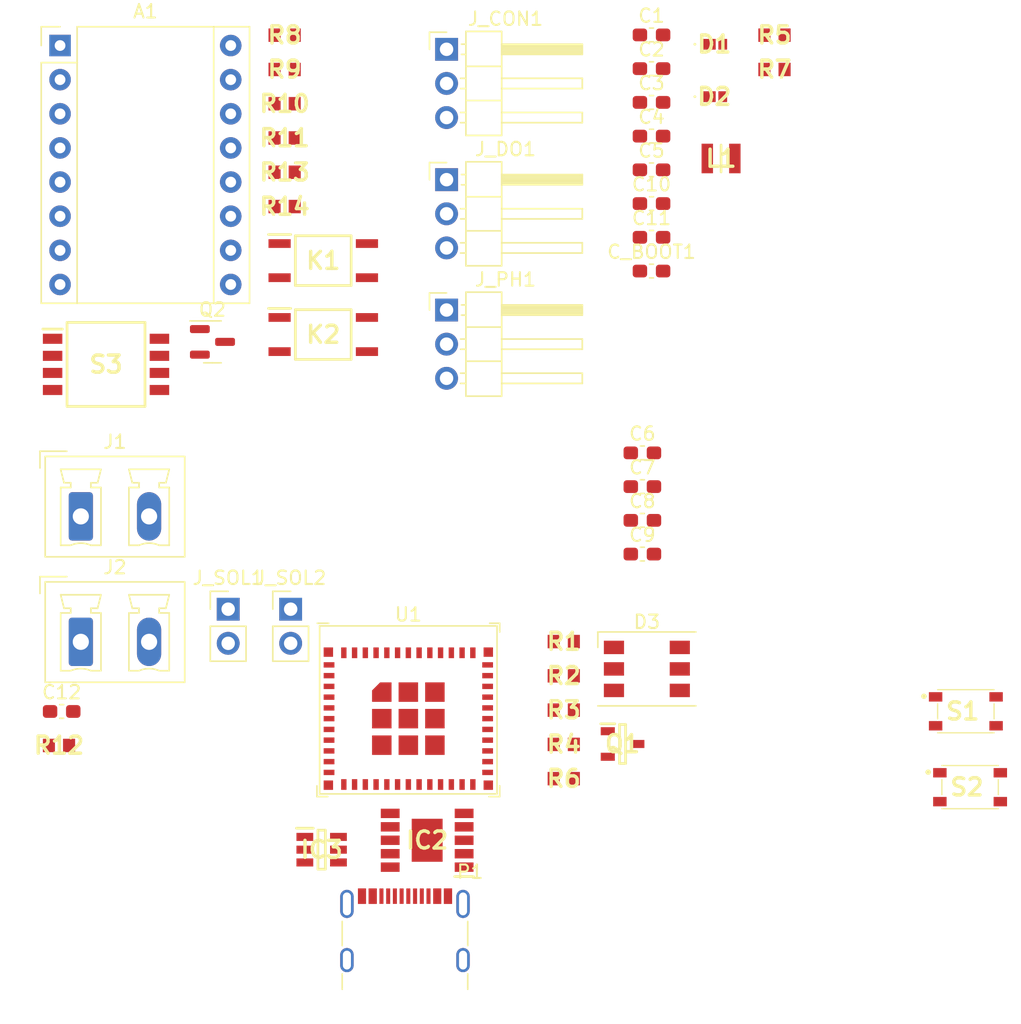
<source format=kicad_pcb>
(kicad_pcb (version 20221018) (generator pcbnew)
  (layers (0 "F.Cu" signal) (31 "B.Cu" signal) (34 "B.Paste" user) (35 "F.Paste" user) (36 "B.SilkS" user "B.Silkscreen") (37 "F.SilkS" user "F.Silkscreen") (38 "B.Mask" user) (39 "F.Mask" user) (44 "Edge.Cuts" user))
  (net 0 "")
  (net 1 "GND")
  (net 2 "3V3")
  (net 3 "/IOConnectors/MTR1.1B")
  (net 4 "/IOConnectors/MTR1.1A")
  (net 5 "/IOConnectors/MTR1.2A")
  (net 6 "/IOConnectors/MTR1.2B")
  (net 7 "VUSB")
  (net 8 "D7")
  (net 9 "Net-(A1-MS1)")
  (net 10 "Net-(A1-MS2)")
  (net 11 "Net-(A1-MS3)")
  (net 14 "D8")
  (net 15 "D6")
  (net 16 "VIN")
  (net 17 "EN")
  (net 18 "D9")
  (net 19 "Net-(IC3-CB)")
  (net 20 "SW")
  (net 21 "/BuckBoost/V_Bat")
  (net 23 "5V")
  (net 24 "D5_out")
  (net 25 "/ESP32/5V_DIN")
  (net 27 "VDD")
  (net 28 "DP")
  (net 29 "DM")
  (net 30 "CC1")
  (net 31 "CC2")
  (net 33 "Net-(IC3-FB)")
  (net 35 "D2")
  (net 36 "D3")
  (net 37 "D1")
  (net 38 "/IOConnectors/SOL1")
  (net 39 "/IOConnectors/SOL2")
  (net 40 "Net-(K1-A)")
  (net 41 "Net-(K2-A)")
  (net 44 "D5")
  (net 45 "/Stepper_Drivers/SOL_IN")
  (net 46 "Net-(Q2-S)")
  (net 47 "RX0")
  (net 48 "Net-(U1-GPIO20{slash}U0RXD)")
  (net 49 "Net-(R11-Pad1)")
  (net 55 "Net-(U1-GND-Pad1)")
  (net 60 "D0")
  (net 62 "D10")
  (net 64 "D4")
  (net 69 "TX0")
  (footprint "SamacSys_Parts:RESC1608X55N" (layer "F.Cu") (at 161.695 67.195)
    (fp_text reference "R13" (at 0 0) (layer "F.SilkS") (effects (font (size 1.27 1.27) (thickness 0.254))))
    (fp_text value "3k" hide)
    (pad "1" smd rect (at -0.75 0) (size 0.9 1) (layers "F.Cu" "F.Paste" "F.Mask") (net 40 "Net-(K1-A)"))
    (pad "2" smd rect (at 0.75 0) (size 0.9 1) (layers "F.Cu" "F.Paste" "F.Mask") (net 45 "/Stepper_Drivers/SOL_IN"))
  )
  (footprint "Connector_PinHeader_2.54mm:PinHeader_1x03_P2.54mm_Horizontal" (layer "F.Cu") (at 173.745 58.045)
    (fp_text reference "J_CON1" (at 4.385 -2.27) (layer "F.SilkS"))
    (fp_text value "Conn_01x03")
    (pad "1" thru_hole rect (at 0 0) (size 1.7 1.7) (drill 1) (layers "*.Cu" "*.Mask") (net 1 "GND"))
    (pad "2" thru_hole oval (at 0 2.54) (size 1.7 1.7) (drill 1) (layers "*.Cu" "*.Mask"))
    (pad "3" thru_hole oval (at 0 5.08) (size 1.7 1.7) (drill 1) (layers "*.Cu" "*.Mask") (net 35 "D2"))
  )
  (footprint "SamacSys_Parts:SOT95P230X110-3N" (layer "F.Cu") (at 186.84 109.735)
    (fp_text reference "Q1" (at 0 0) (layer "F.SilkS") (effects (font (size 1.27 1.27) (thickness 0.254))))
    (fp_text value "BSS138P,215" hide)
    (pad "1" smd rect (at -1.1 -0.95 90) (size 0.6 1.05) (layers "F.Cu" "F.Paste" "F.Mask") (net 2 "3V3"))
    (pad "2" smd rect (at -1.1 0.95 90) (size 0.6 1.05) (layers "F.Cu" "F.Paste" "F.Mask") (net 44 "D5"))
    (pad "3" smd rect (at 1.1 0 90) (size 0.6 1.05) (layers "F.Cu" "F.Paste" "F.Mask") (net 25 "/ESP32/5V_DIN"))
  )
  (footprint "Module:Pololu_Breakout-16_15.2x20.3mm" (layer "F.Cu") (at 144.985 57.765)
    (fp_text reference "A1" (at 6.35 -2.54) (layer "F.SilkS"))
    (fp_text value "Pololu_Breakout_A4988")
    (pad "1" thru_hole rect (at 0 0) (size 1.6 1.6) (drill 0.8) (layers "*.Cu" "*.Mask") (net 1 "GND"))
    (pad "2" thru_hole oval (at 0 2.54) (size 1.6 1.6) (drill 0.8) (layers "*.Cu" "*.Mask") (net 2 "3V3"))
    (pad "3" thru_hole oval (at 0 5.08) (size 1.6 1.6) (drill 0.8) (layers "*.Cu" "*.Mask") (net 3 "/IOConnectors/MTR1.1B"))
    (pad "4" thru_hole oval (at 0 7.62) (size 1.6 1.6) (drill 0.8) (layers "*.Cu" "*.Mask") (net 4 "/IOConnectors/MTR1.1A"))
    (pad "5" thru_hole oval (at 0 10.16) (size 1.6 1.6) (drill 0.8) (layers "*.Cu" "*.Mask") (net 5 "/IOConnectors/MTR1.2A"))
    (pad "6" thru_hole oval (at 0 12.7) (size 1.6 1.6) (drill 0.8) (layers "*.Cu" "*.Mask") (net 6 "/IOConnectors/MTR1.2B"))
    (pad "7" thru_hole oval (at 0 15.24) (size 1.6 1.6) (drill 0.8) (layers "*.Cu" "*.Mask") (net 1 "GND"))
    (pad "8" thru_hole oval (at 0 17.78) (size 1.6 1.6) (drill 0.8) (layers "*.Cu" "*.Mask") (net 7 "VUSB"))
    (pad "9" thru_hole oval (at 12.7 17.78) (size 1.6 1.6) (drill 0.8) (layers "*.Cu" "*.Mask") (net 8 "D7"))
    (pad "10" thru_hole oval (at 12.7 15.24) (size 1.6 1.6) (drill 0.8) (layers "*.Cu" "*.Mask") (net 9 "Net-(A1-MS1)"))
    (pad "11" thru_hole oval (at 12.7 12.7) (size 1.6 1.6) (drill 0.8) (layers "*.Cu" "*.Mask") (net 10 "Net-(A1-MS2)"))
    (pad "12" thru_hole oval (at 12.7 10.16) (size 1.6 1.6) (drill 0.8) (layers "*.Cu" "*.Mask") (net 11 "Net-(A1-MS3)"))
    (pad "13" thru_hole oval (at 12.7 7.62) (size 1.6 1.6) (drill 0.8) (layers "*.Cu" "*.Mask"))
    (pad "14" thru_hole oval (at 12.7 5.08) (size 1.6 1.6) (drill 0.8) (layers "*.Cu" "*.Mask"))
    (pad "15" thru_hole oval (at 12.7 2.54) (size 1.6 1.6) (drill 0.8) (layers "*.Cu" "*.Mask") (net 14 "D8"))
    (pad "16" thru_hole oval (at 12.7 0) (size 1.6 1.6) (drill 0.8) (layers "*.Cu" "*.Mask") (net 15 "D6"))
  )
  (footprint "Capacitor_SMD:C_0603_1608Metric_Pad1.08x0.95mm_HandSolder" (layer "F.Cu") (at 188.995 64.505)
    (fp_text reference "C4" (at 0 -1.43) (layer "F.SilkS"))
    (fp_text value "10uf")
    (pad "1" smd roundrect (at -0.8625 0) (size 1.075 0.95) (layers "F.Cu" "F.Paste" "F.Mask") (net 2 "3V3"))
    (pad "2" smd roundrect (at 0.8625 0) (size 1.075 0.95) (layers "F.Cu" "F.Paste" "F.Mask") (net 1 "GND"))
  )
  (footprint "SamacSys_Parts:PMEG2020EPK315" (layer "F.Cu") (at 193.67 61.57)
    (fp_text reference "D2" (at 0 0) (layer "F.SilkS") (effects (font (size 1.27 1.27) (thickness 0.254))))
    (fp_text value "PMEG2020EPK,315" hide)
    (pad "1" smd rect (at -0.425 0 90) (size 0.8 1.05) (layers "F.Cu" "F.Paste" "F.Mask") (net 16 "VIN"))
    (pad "2" smd rect (at 0.625 0) (size 0.65 0.8) (layers "F.Cu" "F.Paste" "F.Mask") (net 7 "VUSB"))
  )
  (footprint "SamacSys_Parts:RESC1608X55N" (layer "F.Cu") (at 161.695 56.995)
    (fp_text reference "R8" (at 0 0) (layer "F.SilkS") (effects (font (size 1.27 1.27) (thickness 0.254))))
    (fp_text value "15k" hide)
    (pad "1" smd rect (at -0.75 0) (size 0.9 1) (layers "F.Cu" "F.Paste" "F.Mask") (net 1 "GND"))
    (pad "2" smd rect (at 0.75 0) (size 0.9 1) (layers "F.Cu" "F.Paste" "F.Mask") (net 11 "Net-(A1-MS3)"))
  )
  (footprint "SamacSys_Parts:RESC1608X55N" (layer "F.Cu") (at 182.465 112.315)
    (fp_text reference "R6" (at 0 0) (layer "F.SilkS") (effects (font (size 1.27 1.27) (thickness 0.254))))
    (fp_text value "15k" hide)
    (pad "1" smd rect (at -0.75 0) (size 0.9 1) (layers "F.Cu" "F.Paste" "F.Mask") (net 25 "/ESP32/5V_DIN"))
    (pad "2" smd rect (at 0.75 0) (size 0.9 1) (layers "F.Cu" "F.Paste" "F.Mask") (net 23 "5V"))
  )
  (footprint "Capacitor_SMD:C_0603_1608Metric_Pad1.08x0.95mm_HandSolder" (layer "F.Cu") (at 188.995 72.035)
    (fp_text reference "C11" (at 0 -1.43) (layer "F.SilkS"))
    (fp_text value "10uf")
    (pad "1" smd roundrect (at -0.8625 0) (size 1.075 0.95) (layers "F.Cu" "F.Paste" "F.Mask") (net 2 "3V3"))
    (pad "2" smd roundrect (at 0.8625 0) (size 1.075 0.95) (layers "F.Cu" "F.Paste" "F.Mask") (net 1 "GND"))
  )
  (footprint "SamacSys_Parts:PMEG2020EPK315" (layer "F.Cu") (at 193.67 57.67)
    (fp_text reference "D1" (at 0 0) (layer "F.SilkS") (effects (font (size 1.27 1.27) (thickness 0.254))))
    (fp_text value "PMEG2020EPK,315" hide)
    (pad "1" smd rect (at -0.425 0 90) (size 0.8 1.05) (layers "F.Cu" "F.Paste" "F.Mask") (net 16 "VIN"))
    (pad "2" smd rect (at 0.625 0) (size 0.65 0.8) (layers "F.Cu" "F.Paste" "F.Mask") (net 21 "/BuckBoost/V_Bat"))
  )
  (footprint "Capacitor_SMD:C_0603_1608Metric_Pad1.08x0.95mm_HandSolder" (layer "F.Cu") (at 188.995 59.485)
    (fp_text reference "C2" (at 0 -1.43) (layer "F.SilkS"))
    (fp_text value "1uF")
    (pad "1" smd roundrect (at -0.8625 0) (size 1.075 0.95) (layers "F.Cu" "F.Paste" "F.Mask") (net 1 "GND"))
    (pad "2" smd roundrect (at 0.8625 0) (size 1.075 0.95) (layers "F.Cu" "F.Paste" "F.Mask") (net 16 "VIN"))
  )
  (footprint "Capacitor_SMD:C_0603_1608Metric_Pad1.08x0.95mm_HandSolder" (layer "F.Cu") (at 188.315 90.585)
    (fp_text reference "C7" (at 0 -1.43) (layer "F.SilkS"))
    (fp_text value "100nf")
    (pad "1" smd roundrect (at -0.8625 0) (size 1.075 0.95) (layers "F.Cu" "F.Paste" "F.Mask") (net 1 "GND"))
    (pad "2" smd roundrect (at 0.8625 0) (size 1.075 0.95) (layers "F.Cu" "F.Paste" "F.Mask") (net 2 "3V3"))
  )
  (footprint "Capacitor_SMD:C_0603_1608Metric_Pad1.08x0.95mm_HandSolder" (layer "F.Cu") (at 188.995 56.975)
    (fp_text reference "C1" (at 0 -1.43) (layer "F.SilkS"))
    (fp_text value "10uf")
    (pad "1" smd roundrect (at -0.8625 0) (size 1.075 0.95) (layers "F.Cu" "F.Paste" "F.Mask") (net 1 "GND"))
    (pad "2" smd roundrect (at 0.8625 0) (size 1.075 0.95) (layers "F.Cu" "F.Paste" "F.Mask") (net 16 "VIN"))
  )
  (footprint "SamacSys_Parts:SOP254P700X230-4N" (layer "F.Cu") (at 164.57 79.27)
    (fp_text reference "K2" (at 0 0) (layer "F.SilkS") (effects (font (size 1.27 1.27) (thickness 0.254))))
    (fp_text value "G3VM-61VY3_TR05_" hide)
    (pad "1" smd rect (at -3.25 -1.27 90) (size 0.65 1.65) (layers "F.Cu" "F.Paste" "F.Mask") (net 41 "Net-(K2-A)"))
    (pad "2" smd rect (at -3.25 1.27 90) (size 0.65 1.65) (layers "F.Cu" "F.Paste" "F.Mask") (net 1 "GND"))
    (pad "3" smd rect (at 3.25 1.27 90) (size 0.65 1.65) (layers "F.Cu" "F.Paste" "F.Mask") (net 1 "GND"))
    (pad "4" smd rect (at 3.25 -1.27 90) (size 0.65 1.65) (layers "F.Cu" "F.Paste" "F.Mask") (net 39 "/IOConnectors/SOL2"))
  )
  (footprint "Capacitor_SMD:C_0603_1608Metric_Pad1.08x0.95mm_HandSolder" (layer "F.Cu") (at 188.995 67.015)
    (fp_text reference "C5" (at 0 -1.43) (layer "F.SilkS"))
    (fp_text value "1uF")
    (pad "1" smd roundrect (at -0.8625 0) (size 1.075 0.95) (layers "F.Cu" "F.Paste" "F.Mask") (net 2 "3V3"))
    (pad "2" smd roundrect (at 0.8625 0) (size 1.075 0.95) (layers "F.Cu" "F.Paste" "F.Mask") (net 1 "GND"))
  )
  (footprint "Connector_Phoenix_MC_HighVoltage:PhoenixContact_MCV_1,5_2-G-5.08_1x02_P5.08mm_Vertical" (layer "F.Cu") (at 146.53 102.135)
    (fp_text reference "J2" (at 2.54 -5.55) (layer "F.SilkS"))
    (fp_text value "Screw_Terminal_01x02")
    (pad "1" thru_hole roundrect (at 0 0) (size 1.8 3.6) (drill 1.2) (layers "*.Cu" "*.Mask") (roundrect_rratio 0.138889) (net 3 "/IOConnectors/MTR1.1B"))
    (pad "2" thru_hole oval (at 5.08 0) (size 1.8 3.6) (drill 1.2) (layers "*.Cu" "*.Mask") (net 4 "/IOConnectors/MTR1.1A"))
  )
  (footprint "Capacitor_SMD:C_0603_1608Metric_Pad1.08x0.95mm_HandSolder" (layer "F.Cu") (at 145.105 107.315)
    (fp_text reference "C12" (at 0 -1.43) (layer "F.SilkS"))
    (fp_text value "1uF")
    (pad "1" smd roundrect (at -0.8625 0) (size 1.075 0.95) (layers "F.Cu" "F.Paste" "F.Mask") (net 7 "VUSB"))
    (pad "2" smd roundrect (at 0.8625 0) (size 1.075 0.95) (layers "F.Cu" "F.Paste" "F.Mask") (net 1 "GND"))
  )
  (footprint "SamacSys_Parts:RESC1608X55N" (layer "F.Cu") (at 182.465 104.665)
    (fp_text reference "R2" (at 0 0) (layer "F.SilkS") (effects (font (size 1.27 1.27) (thickness 0.254))))
    (fp_text value "15k" hide)
    (pad "1" smd rect (at -0.75 0) (size 0.9 1) (layers "F.Cu" "F.Paste" "F.Mask") (net 18 "D9"))
    (pad "2" smd rect (at 0.75 0) (size 0.9 1) (layers "F.Cu" "F.Paste" "F.Mask") (net 2 "3V3"))
  )
  (footprint "SamacSys_Parts:RESC1608X55N" (layer "F.Cu") (at 161.695 62.095)
    (fp_text reference "R10" (at 0 0) (layer "F.SilkS") (effects (font (size 1.27 1.27) (thickness 0.254))))
    (fp_text value "15k" hide)
    (pad "1" smd rect (at -0.75 0) (size 0.9 1) (layers "F.Cu" "F.Paste" "F.Mask") (net 1 "GND"))
    (pad "2" smd rect (at 0.75 0) (size 0.9 1) (layers "F.Cu" "F.Paste" "F.Mask") (net 9 "Net-(A1-MS1)"))
  )
  (footprint "SamacSys_Parts:RESC1608X55N" (layer "F.Cu") (at 161.695 69.745)
    (fp_text reference "R14" (at 0 0) (layer "F.SilkS") (effects (font (size 1.27 1.27) (thickness 0.254))))
    (fp_text value "3k" hide)
    (pad "1" smd rect (at -0.75 0) (size 0.9 1) (layers "F.Cu" "F.Paste" "F.Mask") (net 46 "Net-(Q2-S)"))
    (pad "2" smd rect (at 0.75 0) (size 0.9 1) (layers "F.Cu" "F.Paste" "F.Mask") (net 2 "3V3"))
  )
  (footprint "Capacitor_SMD:C_0603_1608Metric_Pad1.08x0.95mm_HandSolder" (layer "F.Cu") (at 188.995 61.995)
    (fp_text reference "C3" (at 0 -1.43) (layer "F.SilkS"))
    (fp_text value "100nf")
    (pad "1" smd roundrect (at -0.8625 0) (size 1.075 0.95) (layers "F.Cu" "F.Paste" "F.Mask") (net 1 "GND"))
    (pad "2" smd roundrect (at 0.8625 0) (size 1.075 0.95) (layers "F.Cu" "F.Paste" "F.Mask") (net 16 "VIN"))
  )
  (footprint "SamacSys_Parts:SOP100P600X180-11N" (layer "F.Cu") (at 172.3 116.9 180)
    (fp_text reference "IC2" (at 0 0) (layer "F.SilkS") (effects (font (size 1.27 1.27) (thickness 0.254))))
    (fp_text value "CH224K" hide)
    (pad "1" smd rect (at -2.75 -2 270) (size 0.7 1.4) (layers "F.Cu" "F.Paste" "F.Mask") (net 27 "VDD"))
    (pad "2" smd rect (at -2.75 -1 270) (size 0.7 1.4) (layers "F.Cu" "F.Paste" "F.Mask") (net 1 "GND"))
    (pad "3" smd rect (at -2.75 0 270) (size 0.7 1.4) (layers "F.Cu" "F.Paste" "F.Mask") (net 1 "GND"))
    (pad "4" smd rect (at -2.75 1 270) (size 0.7 1.4) (layers "F.Cu" "F.Paste" "F.Mask") (net 28 "DP"))
    (pad "5" smd rect (at -2.75 2 270) (size 0.7 1.4) (layers "F.Cu" "F.Paste" "F.Mask") (net 29 "DM"))
    (pad "6" smd rect (at 2.75 2 270) (size 0.7 1.4) (layers "F.Cu" "F.Paste" "F.Mask") (net 30 "CC1"))
    (pad "7" smd rect (at 2.75 1 270) (size 0.7 1.4) (layers "F.Cu" "F.Paste" "F.Mask") (net 31 "CC2"))
    (pad "8" smd rect (at 2.75 0 270) (size 0.7 1.4) (layers "F.Cu" "F.Paste" "F.Mask") (net 7 "VUSB"))
    (pad "9" smd rect (at 2.75 -1 270) (size 0.7 1.4) (layers "F.Cu" "F.Paste" "F.Mask") (net 27 "VDD"))
    (pad "10" smd rect (at 2.75 -2 270) (size 0.7 1.4) (layers "F.Cu" "F.Paste" "F.Mask"))
    (pad "11" smd rect (at 0 0 180) (size 2.3 3.2) (layers "F.Cu" "F.Paste" "F.Mask") (net 1 "GND"))
  )
  (footprint "Connector_Phoenix_MC_HighVoltage:PhoenixContact_MCV_1,5_2-G-5.08_1x02_P5.08mm_Vertical" (layer "F.Cu") (at 146.53 92.8)
    (fp_text reference "J1" (at 2.54 -5.55) (layer "F.SilkS"))
    (fp_text value "Screw_Terminal_01x02")
    (pad "1" thru_hole roundrect (at 0 0) (size 1.8 3.6) (drill 1.2) (layers "*.Cu" "*.Mask") (roundrect_rratio 0.138889) (net 5 "/IOConnectors/MTR1.2A"))
    (pad "2" thru_hole oval (at 5.08 0) (size 1.8 3.6) (drill 1.2) (layers "*.Cu" "*.Mask") (net 6 "/IOConnectors/MTR1.2B"))
  )
  (footprint "LED_SMD:LED_WS2812_PLCC6_5.0x5.0mm_P1.6mm" (layer "F.Cu") (at 188.65 104.15)
    (fp_text reference "D3" (at 0 -3.5) (layer "F.SilkS"))
    (fp_text value "WS2813")
    (pad "1" smd rect (at -2.45 -1.6) (size 1.5 1) (layers "F.Cu" "F.Paste" "F.Mask"))
    (pad "2" smd rect (at -2.45 0) (size 1.5 1) (layers "F.Cu" "F.Paste" "F.Mask") (net 23 "5V"))
    (pad "3" smd rect (at -2.45 1.6) (size 1.5 1) (layers "F.Cu" "F.Paste" "F.Mask") (net 24 "D5_out"))
    (pad "4" smd rect (at 2.45 1.6) (size 1.5 1) (layers "F.Cu" "F.Paste" "F.Mask") (net 25 "/ESP32/5V_DIN"))
    (pad "5" smd rect (at 2.45 0) (size 1.5 1) (layers "F.Cu" "F.Paste" "F.Mask") (net 1 "GND"))
    (pad "6" smd rect (at 2.45 -1.6) (size 1.5 1) (layers "F.Cu" "F.Paste" "F.Mask"))
  )
  (footprint "SamacSys_Parts:RESC1608X55N" (layer "F.Cu") (at 198.145 59.545)
    (fp_text reference "R7" (at 0 0) (layer "F.SilkS") (effects (font (size 1.27 1.27) (thickness 0.254))))
    (fp_text value "22.1k" hide)
    (pad "1" smd rect (at -0.75 0) (size 0.9 1) (layers "F.Cu" "F.Paste" "F.Mask") (net 33 "Net-(IC3-FB)"))
    (pad "2" smd rect (at 0.75 0) (size 0.9 1) (layers "F.Cu" "F.Paste" "F.Mask") (net 1 "GND"))
  )
  (footprint "SamacSys_Parts:RESC1608X55N" (layer "F.Cu") (at 161.695 59.545)
    (fp_text reference "R9" (at 0 0) (layer "F.SilkS") (effects (font (size 1.27 1.27) (thickness 0.254))))
    (fp_text value "15k" hide)
    (pad "1" smd rect (at -0.75 0) (size 0.9 1) (layers "F.Cu" "F.Paste" "F.Mask") (net 1 "GND"))
    (pad "2" smd rect (at 0.75 0) (size 0.9 1) (layers "F.Cu" "F.Paste" "F.Mask") (net 10 "Net-(A1-MS2)"))
  )
  (footprint "Capacitor_SMD:C_0603_1608Metric_Pad1.08x0.95mm_HandSolder" (layer "F.Cu") (at 188.995 74.545)
    (fp_text reference "C_BOOT1" (at 0 -1.43) (layer "F.SilkS"))
    (fp_text value "100nF")
    (pad "1" smd roundrect (at -0.8625 0) (size 1.075 0.95) (layers "F.Cu" "F.Paste" "F.Mask") (net 19 "Net-(IC3-CB)"))
    (pad "2" smd roundrect (at 0.8625 0) (size 1.075 0.95) (layers "F.Cu" "F.Paste" "F.Mask") (net 20 "SW"))
  )
  (footprint "Capacitor_SMD:C_0603_1608Metric_Pad1.08x0.95mm_HandSolder" (layer "F.Cu") (at 188.995 69.525)
    (fp_text reference "C10" (at 0 -1.43) (layer "F.SilkS"))
    (fp_text value "100nf")
    (pad "1" smd roundrect (at -0.8625 0) (size 1.075 0.95) (layers "F.Cu" "F.Paste" "F.Mask") (net 2 "3V3"))
    (pad "2" smd roundrect (at 0.8625 0) (size 1.075 0.95) (layers "F.Cu" "F.Paste" "F.Mask") (net 1 "GND"))
  )
  (footprint "Espressif:ESP32-C3-MINI-1U" (layer "F.Cu") (at 170.9 107.15)
    (fp_text reference "U1" (at 0 -7.05) (layer "F.SilkS"))
    (fp_text value "ESP32-C3-MINI-1")
    (pad "1" smd rect (at -5.9 -3.3 90) (size 0.4 0.8) (layers "F.Cu" "F.Paste" "F.Mask") (net 55 "Net-(U1-GND-Pad1)"))
    (pad "2" smd rect (at -5.9 -2.5 90) (size 0.4 0.8) (layers "F.Cu" "F.Paste" "F.Mask") (net 55 "Net-(U1-GND-Pad1)"))
    (pad "3" smd rect (at -5.9 -1.7 90) (size 0.4 0.8) (layers "F.Cu" "F.Paste" "F.Mask") (net 2 "3V3"))
    (pad "4" smd rect (at -5.9 -0.9 90) (size 0.4 0.8) (layers "F.Cu" "F.Paste" "F.Mask"))
    (pad "5" smd rect (at -5.9 -0.1 90) (size 0.4 0.8) (layers "F.Cu" "F.Paste" "F.Mask") (net 35 "D2"))
    (pad "6" smd rect (at -5.9 0.7 90) (size 0.4 0.8) (layers "F.Cu" "F.Paste" "F.Mask") (net 36 "D3"))
    (pad "7" smd rect (at -5.9 1.5 90) (size 0.4 0.8) (layers "F.Cu" "F.Paste" "F.Mask"))
    (pad "8" smd rect (at -5.9 2.3 90) (size 0.4 0.8) (layers "F.Cu" "F.Paste" "F.Mask") (net 17 "EN"))
    (pad "9" smd rect (at -5.9 3.1 90) (size 0.4 0.8) (layers "F.Cu" "F.Paste" "F.Mask"))
    (pad "10" smd rect (at -5.9 3.9 90) (size 0.4 0.8) (layers "F.Cu" "F.Paste" "F.Mask"))
    (pad "11" smd rect (at -5.9 4.7 90) (size 0.4 0.8) (layers "F.Cu" "F.Paste" "F.Mask") (net 55 "Net-(U1-GND-Pad1)"))
    (pad "12" smd rect (at -4.8 5.6) (size 0.4 0.8) (layers "F.Cu" "F.Paste" "F.Mask") (net 60 "D0"))
    (pad "13" smd rect (at -4 5.6) (size 0.4 0.8) (layers "F.Cu" "F.Paste" "F.Mask") (net 37 "D1"))
    (pad "14" smd rect (at -3.2 5.6) (size 0.4 0.8) (layers "F.Cu" "F.Paste" "F.Mask") (net 55 "Net-(U1-GND-Pad1)"))
    (pad "15" smd rect (at -2.4 5.6) (size 0.4 0.8) (layers "F.Cu" "F.Paste" "F.Mask"))
    (pad "16" smd rect (at -1.6 5.6) (size 0.4 0.8) (layers "F.Cu" "F.Paste" "F.Mask") (net 62 "D10"))
    (pad "17" smd rect (at -0.8 5.6) (size 0.4 0.8) (layers "F.Cu" "F.Paste" "F.Mask"))
    (pad "18" smd rect (at 0 5.6) (size 0.4 0.8) (layers "F.Cu" "F.Paste" "F.Mask") (net 64 "D4"))
    (pad "19" smd rect (at 0.8 5.6) (size 0.4 0.8) (layers "F.Cu" "F.Paste" "F.Mask") (net 44 "D5"))
    (pad "20" smd rect (at 1.6 5.6) (size 0.4 0.8) (layers "F.Cu" "F.Paste" "F.Mask") (net 15 "D6"))
    (pad "21" smd rect (at 2.4 5.6) (size 0.4 0.8) (layers "F.Cu" "F.Paste" "F.Mask") (net 8 "D7"))
    (pad "22" smd rect (at 3.2 5.6) (size 0.4 0.8) (layers "F.Cu" "F.Paste" "F.Mask") (net 14 "D8"))
    (pad "23" smd rect (at 4 5.6) (size 0.4 0.8) (layers "F.Cu" "F.Paste" "F.Mask") (net 18 "D9"))
    (pad "24" smd rect (at 4.8 5.6) (size 0.4 0.8) (layers "F.Cu" "F.Paste" "F.Mask"))
    (pad "25" smd rect (at 5.9 4.7 90) (size 0.4 0.8) (layers "F.Cu" "F.Paste" "F.Mask"))
    (pad "26" smd rect (at 5.9 3.9 90) (size 0.4 0.8) (layers "F.Cu" "F.Paste" "F.Mask") (net 29 "DM"))
    (pad "27" smd rect (at 5.9 3.1 90) (size 0.4 0.8) (layers "F.Cu" "F.Paste" "F.Mask") (net 28 "DP"))
    (pad "28" smd rect (at 5.9 2.3 90) (size 0.4 0.8) (layers "F.Cu" "F.Paste" "F.Mask"))
    (pad "29" smd rect (at 5.9 1.5 90) (size 0.4 0.8) (layers "F.Cu" "F.Paste" "F.Mask"))
    (pad "30" smd rect (at 5.9 0.7 90) (size 0.4 0.8) (layers "F.Cu" "F.Paste" "F.Mask") (net 48 "Net-(U1-GPIO20{slash}U0RXD)"))
    (pad "31" smd rect (at 5.9 -0.1 90) (size 0.4 0.8) (layers "F.Cu" "F.Paste" "F.Mask") (net 69 "TX0"))
    (pad "32" smd rect (at 5.9 -0.9 90) (size 0.4 0.8) (layers "F.Cu" "F.Paste" "F.Mask"))
    (pad "33" smd rect (at 5.9 -1.7 90) (size 0.4 0.8) (layers "F.Cu" "F.Paste" "F.Mask"))
    (pad "34" smd rect (at 5.9 -2.5 90) (size 0.4 0.8) (layers "F.Cu" "F.Paste" "F.Mask"))
    (pad "35" smd rect (at 5.9 -3.3 90) (size 0.4 0.8) (layers "F.Cu" "F.Paste" "F.Mask"))
    (pad "36" smd rect (at 4.8 -4.2) (size 0.4 0.8) (layers "F.Cu" "F.Paste" "F.Mask") (net 1 "GND"))
    (pad "37" smd rect (at 4 -4.2) (size 0.4 0.8) (layers "F.Cu" "F.Paste" "F.Mask") (net 1 "GND"))
    (pad "38" smd rect (at 3.2 -4.2) (size 0.4 0.8) (layers "F.Cu" "F.Paste" "F.Mask") (net 1 "GND"))
    (pad "39" smd rect (at 2.4 -4.2) (size 0.4 0.8) (layers "F.Cu" "F.Paste" "F.Mask") (net 1 "GND"))
    (pad "40" smd rect (at 1.6 -4.2) (size 0.4 0.8) (layers "F.Cu" "F.Paste" "F.Mask") (net 1 "GND"))
    (pad "41" smd rect (at 0.8 -4.2) (size 0.4 0.8) (layers "F.Cu" "F.Paste" "F.Mask") (net 1 "GND"))
    (pad "42" smd rect (at 0 -4.2) (size 0.4 0.8) (layers "F.Cu" "F.Paste" "F.Mask") (net 1 "GND"))
    (pad "43" smd rect (at -0.8 -4.2) (size 0.4 0.8) (layers "F.Cu" "F.Paste" "F.Mask") (net 1 "GND"))
    (pad "44" smd rect (at -1.6 -4.2) (size 0.4 0.8) (layers "F.Cu" "F.Paste" "F.Mask") (net 1 "GND"))
    (pad "45" smd rect (at -2.4 -4.2) (size 0.4 0.8) (layers "F.Cu" "F.Paste" "F.Mask") (net 1 "GND"))
    (pad "46" smd rect (at -3.2 -4.2) (size 0.4 0.8) (layers "F.Cu" "F.Paste" "F.Mask") (net 1 "GND"))
    (pad "47" smd rect (at -4 -4.2) (size 0.4 0.8) (layers "F.Cu" "F.Paste" "F.Mask") (net 1 "GND"))
    (pad "48" smd rect (at -4.8 -4.2) (size 0.4 0.8) (layers "F.Cu" "F.Paste" "F.Mask") (net 1 "GND"))
    (pad "49" smd custom (at -1.975 -1.275) (size 0.8 0.8) (layers "F.Cu" "F.Paste" "F.Mask") (net 1 "GND") (options (clearance outline) (anchor rect)) (primitives (gr_poly (pts (xy 0.725 0.725) (xy -0.725 0.725) (xy -0.725 -0.125) (xy -0.125 -0.725) (xy 0.725 -0.725)) (width 0) (fill yes))))
    (pad "49" smd rect (at -1.975 0.7 90) (size 1.45 1.45) (layers "F.Cu" "F.Paste" "F.Mask") (net 1 "GND"))
    (pad "49" smd rect (at -1.975 2.675 90) (size 1.45 1.45) (layers "F.Cu" "F.Paste" "F.Mask") (net 1 "GND"))
    (pad "49" smd rect (at 0 -1.275 90) (size 1.45 1.45) (layers "F.Cu" "F.Paste" "F.Mask") (net 1 "GND"))
    (pad "49" smd rect (at 0 0.7 90) (size 1.45 1.45) (layers "F.Cu" "F.Paste" "F.Mask") (net 1 "GND"))
    (pad "49" smd rect (at 0 2.675 90) (size 1.45 1.45) (layers "F.Cu" "F.Paste" "F.Mask") (net 1 "GND"))
    (pad "49" smd rect (at 1.975 -1.275 90) (size 1.45 1.45) (layers "F.Cu" "F.Paste" "F.Mask") (net 1 "GND"))
    (pad "49" smd rect (at 1.975 0.7 90) (size 1.45 1.45) (layers "F.Cu" "F.Paste" "F.Mask") (net 1 "GND"))
    (pad "49" smd rect (at 1.975 2.675 90) (size 1.45 1.45) (layers "F.Cu" "F.Paste" "F.Mask") (net 1 "GND"))
    (pad "50" smd rect (at 5.95 -4.25 90) (size 0.7 0.7) (layers "F.Cu" "F.Paste" "F.Mask") (net 1 "GND"))
    (pad "51" smd rect (at 5.95 5.65 90) (size 0.7 0.7) (layers "F.Cu" "F.Paste" "F.Mask") (net 1 "GND"))
    (pad "52" smd rect (at -5.95 5.65 90) (size 0.7 0.7) (layers "F.Cu" "F.Paste" "F.Mask") (net 1 "GND"))
    (pad "53" smd rect (at -5.95 -4.25 90) (size 0.7 0.7) (layers "F.Cu" "F.Paste" "F.Mask") (net 1 "GND"))
  )
  (footprint "SamacSys_Parts:RESC1608X55N" (layer "F.Cu") (at 161.695 64.645)
    (fp_text reference "R11" (at 0 0) (layer "F.SilkS") (effects (font (size 1.27 1.27) (thickness 0.254))))
    (fp_text value "15k" hide)
    (pad "1" smd rect (at -0.75 0) (size 0.9 1) (layers "F.Cu" "F.Paste" "F.Mask") (net 49 "Net-(R11-Pad1)"))
    (pad "2" smd rect (at 0.75 0) (size 0.9 1) (layers "F.Cu" "F.Paste" "F.Mask") (net 2 "3V3"))
  )
  (footprint "SamacSys_Parts:RESC1608X55N" (layer "F.Cu") (at 182.465 102.115)
    (fp_text reference "R1" (at 0 0) (layer "F.SilkS") (effects (font (size 1.27 1.27) (thickness 0.254))))
    (fp_text value "1" hide)
    (pad "1" smd rect (at -0.75 0) (size 0.9 1) (layers "F.Cu" "F.Paste" "F.Mask") (net 47 "RX0"))
    (pad "2" smd rect (at 0.75 0) (size 0.9 1) (layers "F.Cu" "F.Paste" "F.Mask") (net 48 "Net-(U1-GPIO20{slash}U0RXD)"))
  )
  (footprint "SamacSys_Parts:SOIC127P844X265-8N" (layer "F.Cu") (at 148.405 81.49)
    (fp_text reference "S3" (at 0 0) (layer "F.SilkS") (effects (font (size 1.27 1.27) (thickness 0.254))))
    (fp_text value "218-4LPSTR" hide)
    (pad "1" smd rect (at -3.975 -1.905 90) (size 0.75 1.45) (layers "F.Cu" "F.Paste" "F.Mask") (net 49 "Net-(R11-Pad1)"))
    (pad "2" smd rect (at -3.975 -0.635 90) (size 0.75 1.45) (layers "F.Cu" "F.Paste" "F.Mask") (net 49 "Net-(R11-Pad1)"))
    (pad "3" smd rect (at -3.975 0.635 90) (size 0.75 1.45) (layers "F.Cu" "F.Paste" "F.Mask") (net 49 "Net-(R11-Pad1)"))
    (pad "4" smd rect (at -3.975 1.905 90) (size 0.75 1.45) (layers "F.Cu" "F.Paste" "F.Mask") (net 49 "Net-(R11-Pad1)"))
    (pad "5" smd rect (at 3.975 1.905 90) (size 0.75 1.45) (layers "F.Cu" "F.Paste" "F.Mask"))
    (pad "6" smd rect (at 3.975 0.635 90) (size 0.75 1.45) (layers "F.Cu" "F.Paste" "F.Mask") (net 11 "Net-(A1-MS3)"))
    (pad "7" smd rect (at 3.975 -0.635 90) (size 0.75 1.45) (layers "F.Cu" "F.Paste" "F.Mask") (net 10 "Net-(A1-MS2)"))
    (pad "8" smd rect (at 3.975 -1.905 90) (size 0.75 1.45) (layers "F.Cu" "F.Paste" "F.Mask") (net 9 "Net-(A1-MS1)"))
  )
  (footprint "Connector_USB:USB_C_Receptacle_GCT_USB4105-xx-A_16P_TopMnt_Horizontal" (layer "F.Cu") (at 170.65 124.74)
    (fp_text reference "P1" (at 4.85 -5.49 unlocked) (layer "F.SilkS"))
    (fp_text value "USB_C_Plug")
    (pad "" np_thru_hole circle (at -2.89 -2.605) (size 0.65 0.65) (drill 0.65) (layers "F&B.Cu" "*.Mask"))
    (pad "" np_thru_hole circle (at 2.89 -2.605) (size 0.65 0.65) (drill 0.65) (layers "F&B.Cu" "*.Mask"))
    (pad "A1" smd rect (at -3.2 -3.68) (size 0.6 1.15) (layers "F.Cu" "F.Paste" "F.Mask") (net 1 "GND"))
    (pad "A4" smd rect (at -2.4 -3.68) (size 0.6 1.15) (layers "F.Cu" "F.Paste" "F.Mask") (net 7 "VUSB"))
    (pad "A5" smd rect (at -1.25 -3.68) (size 0.3 1.15) (layers "F.Cu" "F.Paste" "F.Mask") (net 30 "CC1"))
    (pad "A6" smd rect (at -0.25 -3.68) (size 0.3 1.15) (layers "F.Cu" "F.Paste" "F.Mask") (net 28 "DP"))
    (pad "A7" smd rect (at 0.25 -3.68) (size 0.3 1.15) (layers "F.Cu" "F.Paste" "F.Mask") (net 29 "DM"))
    (pad "A8" smd rect (at 1.25 -3.68) (size 0.3 1.15) (layers "F.Cu" "F.Paste" "F.Mask"))
    (pad "A9" smd rect (at 2.4 -3.68) (size 0.6 1.15) (layers "F.Cu" "F.Paste" "F.Mask") (net 7 "VUSB"))
    (pad "A12" smd rect (at 3.2 -3.68) (size 0.6 1.15) (layers "F.Cu" "F.Paste" "F.Mask") (net 1 "GND"))
    (pad "B1" smd rect (at 3.2 -3.68) (size 0.6 1.15) (layers "F.Cu" "F.Paste" "F.Mask") (net 1 "GND"))
    (pad "B4" smd rect (at 2.4 -3.68) (size 0.6 1.15) (layers "F.Cu" "F.Paste" "F.Mask") (net 7 "VUSB"))
    (pad "B5" smd rect (at 1.75 -3.68) (size 0.3 1.15) (layers "F.Cu" "F.Paste" "F.Mask") (net 31 "CC2"))
    (pad "B6" smd rect (at 0.75 -3.68) (size 0.3 1.15) (layers "F.Cu" "F.Paste" "F.Mask"))
    (pad "B7" smd rect (at -0.75 -3.68) (size 0.3 1.15) (layers "F.Cu" "F.Paste" "F.Mask"))
    (pad "B8" smd rect (at -1.75 -3.68) (size 0.3 1.15) (layers "F.Cu" "F.Paste" "F.Mask"))
    (pad "B9" smd rect (at -2.4 -3.68) (size 0.6 1.15) (layers "F.Cu" "F.Paste" "F.Mask") (net 7 "VUSB"))
    (pad "B12" smd rect (at -3.2 -3.68) (size 0.6 1.15) (layers "F.Cu" "F.Paste" "F.Mask") (net 1 "GND"))
    (pad "S1" thru_hole oval (at -4.32 -3.105) (size 1 2.1) (drill oval 0.6 1.7) (layers "*.Cu" "*.Mask") (net 1 "GND"))
    (pad "S1" thru_hole oval (at -4.32 1.075) (size 1 1.8) (drill oval 0.6 1.4) (layers "*.Cu" "*.Mask") (net 1 "GND"))
    (pad "S1" thru_hole oval (at 4.32 -3.105) (size 1 2.1) (drill oval 0.6 1.7) (layers "*.Cu" "*.Mask") (net 1 "GND"))
    (pad "S1" thru_hole oval (at 4.32 1.075) (size 1 1.8) (drill oval 0.6 1.4) (layers "*.Cu" "*.Mask") (net 1 "GND"))
  )
  (footprint "SamacSys_Parts:RESC1608X55N" (layer "F.Cu") (at 182.465 107.215)
    (fp_text reference "R3" (at 0 0) (layer "F.SilkS") (effects (font (size 1.27 1.27) (thickness 0.254))))
    (fp_text value "15k" hide)
    (pad "1" smd rect (at -0.75 0) (size 0.9 1) (layers "F.Cu" "F.Paste" "F.Mask") (net 17 "EN"))
    (pad "2" smd rect (at 0.75 0) (size 0.9 1) (layers "F.Cu" "F.Paste" "F.Mask") (net 2 "3V3"))
  )
  (footprint "Connector_PinHeader_2.54mm:PinHeader_1x02_P2.54mm_Vertical" (layer "F.Cu") (at 157.495 99.705)
    (fp_text reference "J_SOL1" (at 0 -2.33) (layer "F.SilkS"))
    (fp_text value "Conn_01x02")
    (pad "1" thru_hole rect (at 0 0) (size 1.7 1.7) (drill 1) (layers "*.Cu" "*.Mask") (net 7 "VUSB"))
    (pad "2" thru_hole oval (at 0 2.54) (size 1.7 1.7) (drill 1) (layers "*.Cu" "*.Mask") (net 38 "/IOConnectors/SOL1"))
  )
  (footprint "SamacSys_Parts:SOT95P280X110-6N" (layer "F.Cu") (at 164.45 117.6)
    (fp_text reference "IC3" (at 0 0) (layer "F.SilkS") (effects (font (size 1.27 1.27) (thickness 0.254))))
    (fp_text value "LMR51420XFDDCR" hide)
    (pad "1" smd rect (at -1.25 -0.95 90) (size 0.6 1.25) (layers "F.Cu" "F.Paste" "F.Mask") (net 1 "GND"))
    (pad "2" smd rect (at -1.25 0 90) (size 0.6 1.25) (layers "F.Cu" "F.Paste" "F.Mask") (net 20 "SW"))
    (pad "3" smd rect (at -1.25 0.95 90) (size 0.6 1.25) (layers "F.Cu" "F.Paste" "F.Mask") (net 16 "VIN"))
    (pad "4" smd rect (at 1.25 0.95 90) (size 0.6 1.25) (layers "F.Cu" "F.Paste" "F.Mask") (net 33 "Net-(IC3-FB)"))
    (pad "5" smd rect (at 1.25 0 90) (size 0.6 1.25) (layers "F.Cu" "F.Paste" "F.Mask") (net 16 "VIN"))
    (pad "6" smd rect (at 1.25 -0.95 90) (size 0.6 1.25) (layers "F.Cu" "F.Paste" "F.Mask") (net 19 "Net-(IC3-CB)"))
  )
  (footprint "Capacitor_SMD:C_0603_1608Metric_Pad1.08x0.95mm_HandSolder" (layer "F.Cu") (at 188.315 93.095)
    (fp_text reference "C8" (at 0 -1.43) (layer "F.SilkS"))
    (fp_text value "100nf")
    (pad "1" smd roundrect (at -0.8625 0) (size 1.075 0.95) (layers "F.Cu" "F.Paste" "F.Mask") (net 1 "GND"))
    (pad "2" smd roundrect (at 0.8625 0) (size 1.075 0.95) (layers "F.Cu" "F.Paste" "F.Mask") (net 17 "EN"))
  )
  (footprint "SamacSys_Parts:PTS815SJM250SMTRLFS" (layer "F.Cu") (at 212.385 107.305)
    (fp_text reference "S1" (at -0.235 -0.005) (layer "F.SilkS") (effects (font (size 1.27 1.27) (thickness 0.254))))
    (fp_text value "PTS815_SJM_250_SMTR_LFS" hide)
    (pad "1" smd rect (at -2.25 -1.075 90) (size 0.7 1) (layers "F.Cu" "F.Paste" "F.Mask"))
    (pad "2" smd rect (at 2.25 -1.075 90) (size 0.7 1) (layers "F.Cu" "F.Paste" "F.Mask"))
    (pad "3" smd rect (at -2.25 1.075 90) (size 0.7 1) (layers "F.Cu" "F.Paste" "F.Mask") (net 1 "GND"))
    (pad "4" smd rect (at 2.25 1.075 90) (size 0.7 1) (layers "F.Cu" "F.Paste" "F.Mask") (net 17 "EN"))
  )
  (footprint "SamacSys_Parts:RESC1608X55N" (layer "F.Cu") (at 182.465 109.765)
    (fp_text reference "R4" (at 0 0) (layer "F.SilkS") (effects (font (size 1.27 1.27) (thickness 0.254))))
    (fp_text value "15k" hide)
    (pad "1" smd rect (at -0.75 0) (size 0.9 1) (layers "F.Cu" "F.Paste" "F.Mask") (net 44 "D5"))
    (pad "2" smd rect (at 0.75 0) (size 0.9 1) (layers "F.Cu" "F.Paste" "F.Mask") (net 2 "3V3"))
  )
  (footprint "SamacSys_Parts:RESC1608X55N" (layer "F.Cu") (at 144.905 109.845)
    (fp_text reference "R12" (at 0 0) (layer "F.SilkS") (effects (font (size 1.27 1.27) (thickness 0.254))))
    (fp_text value "1k" hide)
    (pad "1" smd rect (at -0.75 0) (size 0.9 1) (layers "F.Cu" "F.Paste" "F.Mask") (net 27 "VDD"))
    (pad "2" smd rect (at 0.75 0) (size 0.9 1) (layers "F.Cu" "F.Paste" "F.Mask") (net 7 "VUSB"))
  )
  (footprint "Capacitor_SMD:C_0603_1608Metric_Pad1.08x0.95mm_HandSolder" (layer "F.Cu") (at 188.315 95.605)
    (fp_text reference "C9" (at 0 -1.43) (layer "F.SilkS"))
    (fp_text value "100nf")
    (pad "1" smd roundrect (at -0.8625 0) (size 1.075 0.95) (layers "F.Cu" "F.Paste" "F.Mask") (net 1 "GND"))
    (pad "2" smd roundrect (at 0.8625 0) (size 1.075 0.95) (layers "F.Cu" "F.Paste" "F.Mask") (net 18 "D9"))
  )
  (footprint "SamacSys_Parts:RESC1608X55N" (layer "F.Cu") (at 198.145 56.995)
    (fp_text reference "R5" (at 0 0) (layer "F.SilkS") (effects (font (size 1.27 1.27) (thickness 0.254))))
    (fp_text value "100k" hide)
    (pad "1" smd rect (at -0.75 0) (size 0.9 1) (layers "F.Cu" "F.Paste" "F.Mask") (net 2 "3V3"))
    (pad "2" smd rect (at 0.75 0) (size 0.9 1) (layers "F.Cu" "F.Paste" "F.Mask") (net 33 "Net-(IC3-FB)"))
  )
  (footprint "Connector_PinHeader_2.54mm:PinHeader_1x03_P2.54mm_Horizontal" (layer "F.Cu") (at 173.745 77.445)
    (fp_text reference "J_PH1" (at 4.385 -2.27) (layer "F.SilkS"))
    (fp_text value "Conn_01x03")
    (pad "1" thru_hole rect (at 0 0) (size 1.7 1.7) (drill 1) (layers "*.Cu" "*.Mask") (net 1 "GND"))
    (pad "2" thru_hole oval (at 0 2.54) (size 1.7 1.7) (drill 1) (layers "*.Cu" "*.Mask") (net 2 "3V3"))
    (pad "3" thru_hole oval (at 0 5.08) (size 1.7 1.7) (drill 1) (layers "*.Cu" "*.Mask") (net 37 "D1"))
  )
  (footprint "SamacSys_Parts:PTS815SJM250SMTRLFS" (layer "F.Cu") (at 212.7 112.95)
    (fp_text reference "S2" (at -0.235 -0.005) (layer "F.SilkS") (effects (font (size 1.27 1.27) (thickness 0.254))))
    (fp_text value "PTS815_SJM_250_SMTR_LFS" hide)
    (pad "1" smd rect (at -2.25 -1.075 90) (size 0.7 1) (layers "F.Cu" "F.Paste" "F.Mask"))
    (pad "2" smd rect (at 2.25 -1.075 90) (size 0.7 1) (layers "F.Cu" "F.Paste" "F.Mask"))
    (pad "3" smd rect (at -2.25 1.075 90) (size 0.7 1) (layers "F.Cu" "F.Paste" "F.Mask") (net 1 "GND"))
    (pad "4" smd rect (at 2.25 1.075 90) (size 0.7 1) (layers "F.Cu" "F.Paste" "F.Mask") (net 18 "D9"))
  )
  (footprint "Connector_PinHeader_2.54mm:PinHeader_1x02_P2.54mm_Vertical" (layer "F.Cu") (at 162.145 99.705)
    (fp_text reference "J_SOL2" (at 0 -2.33) (layer "F.SilkS"))
    (fp_text value "Conn_01x02")
    (pad "1" thru_hole rect (at 0 0) (size 1.7 1.7) (drill 1) (layers "*.Cu" "*.Mask") (net 7 "VUSB"))
    (pad "2" thru_hole oval (at 0 2.54) (size 1.7 1.7) (drill 1) (layers "*.Cu" "*.Mask") (net 39 "/IOConnectors/SOL2"))
  )
  (footprint "Capacitor_SMD:C_0603_1608Metric_Pad1.08x0.95mm_HandSolder" (layer "F.Cu") (at 188.315 88.075)
    (fp_text reference "C6" (at 0 -1.43) (layer "F.SilkS"))
    (fp_text value "1uF")
    (pad "1" smd roundrect (at -0.8625 0) (size 1.075 0.95) (layers "F.Cu" "F.Paste" "F.Mask") (net 1 "GND"))
    (pad "2" smd roundrect (at 0.8625 0) (size 1.075 0.95) (layers "F.Cu" "F.Paste" "F.Mask") (net 2 "3V3"))
  )
  (footprint "Package_TO_SOT_SMD:SOT-23" (layer "F.Cu") (at 156.325 79.815)
    (fp_text reference "Q2" (at 0 -2.4) (layer "F.SilkS"))
    (fp_text value "PMOS")
    (pad "1" smd roundrect (at -0.9375 -0.95) (size 1.475 0.6) (layers "F.Cu" "F.Paste" "F.Mask") (net 41 "Net-(K2-A)"))
    (pad "2" smd roundrect (at -0.9375 0.95) (size 1.475 0.6) (layers "F.Cu" "F.Paste" "F.Mask") (net 45 "/Stepper_Drivers/SOL_IN"))
    (pad "3" smd roundrect (at 0.9375 0) (size 1.475 0.6) (layers "F.Cu" "F.Paste" "F.Mask") (net 46 "Net-(Q2-S)"))
  )
  (footprint "SamacSys_Parts:DFE2HCAH1R0MJ0L" (layer "F.Cu") (at 194.17 66.17)
    (fp_text reference "L1" (at 0 0) (layer "F.SilkS") (effects (font (size 1.27 1.27) (thickness 0.254))))
    (fp_text value "8.2uH" hide)
    (pad "1" smd rect (at -1.025 0) (size 0.85 2.2) (layers "F.Cu" "F.Paste" "F.Mask") (net 2 "3V3"))
    (pad "2" smd rect (at 1.025 0) (size 0.85 2.2) (layers "F.Cu" "F.Paste" "F.Mask") (net 20 "SW"))
  )
  (footprint "SamacSys_Parts:SOP254P700X230-4N" (layer "F.Cu") (at 164.57 73.77)
    (fp_text reference "K1" (at 0 0) (layer "F.SilkS") (effects (font (size 1.27 1.27) (thickness 0.254))))
    (fp_text value "G3VM-61VY3_TR05_" hide)
    (pad "1" smd rect (at -3.25 -1.27 90) (size 0.65 1.65) (layers "F.Cu" "F.Paste" "F.Mask") (net 40 "Net-(K1-A)"))
    (pad "2" smd rect (at -3.25 1.27 90) (size 0.65 1.65) (layers "F.Cu" "F.Paste" "F.Mask") (net 1 "GND"))
    (pad "3" smd rect (at 3.25 1.27 90) (size 0.65 1.65) (layers "F.Cu" "F.Paste" "F.Mask") (net 1 "GND"))
    (pad "4" smd rect (at 3.25 -1.27 90) (size 0.65 1.65) (layers "F.Cu" "F.Paste" "F.Mask") (net 38 "/IOConnectors/SOL1"))
  )
  (footprint "Connector_PinHeader_2.54mm:PinHeader_1x03_P2.54mm_Horizontal" (layer "F.Cu") (at 173.745 67.745)
    (fp_text reference "J_DO1" (at 4.385 -2.27) (layer "F.SilkS"))
    (fp_text value "Conn_01x03")
    (pad "1" thru_hole rect (at 0 0) (size 1.7 1.7) (drill 1) (layers "*.Cu" "*.Mask") (net 1 "GND"))
    (pad "2" thru_hole oval (at 0 2.54) (size 1.7 1.7) (drill 1) (layers "*.Cu" "*.Mask") (net 2 "3V3"))
    (pad "3" thru_hole oval (at 0 5.08) (size 1.7 1.7) (drill 1) (layers "*.Cu" "*.Mask") (net 36 "D3"))
  )
)
</source>
